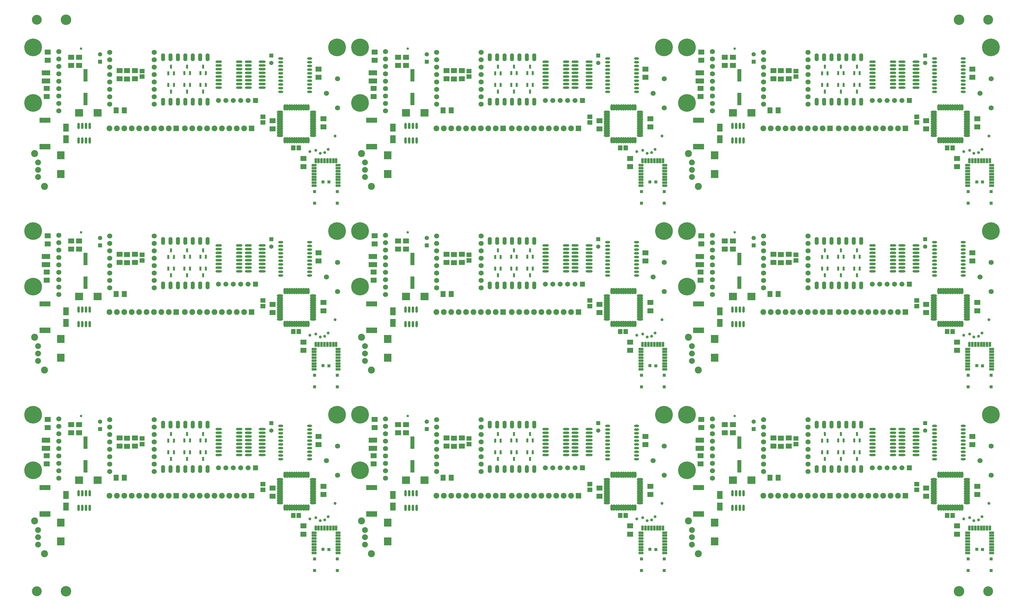
<source format=gts>
%FSAX24Y24*%
%MOIN*%
G70*
G01*
G75*
G04 Layer_Color=8388736*
%ADD10C,0.0630*%
%ADD11R,0.0630X0.0709*%
G04:AMPARAMS|DCode=12|XSize=24mil|YSize=59.1mil|CornerRadius=0.6mil|HoleSize=0mil|Usage=FLASHONLY|Rotation=270.000|XOffset=0mil|YOffset=0mil|HoleType=Round|Shape=RoundedRectangle|*
%AMROUNDEDRECTD12*
21,1,0.0240,0.0579,0,0,270.0*
21,1,0.0228,0.0591,0,0,270.0*
1,1,0.0012,-0.0289,-0.0114*
1,1,0.0012,-0.0289,0.0114*
1,1,0.0012,0.0289,0.0114*
1,1,0.0012,0.0289,-0.0114*
%
%ADD12ROUNDEDRECTD12*%
G04:AMPARAMS|DCode=13|XSize=24mil|YSize=59.1mil|CornerRadius=0.6mil|HoleSize=0mil|Usage=FLASHONLY|Rotation=180.000|XOffset=0mil|YOffset=0mil|HoleType=Round|Shape=RoundedRectangle|*
%AMROUNDEDRECTD13*
21,1,0.0240,0.0579,0,0,180.0*
21,1,0.0228,0.0591,0,0,180.0*
1,1,0.0012,-0.0114,0.0289*
1,1,0.0012,0.0114,0.0289*
1,1,0.0012,0.0114,-0.0289*
1,1,0.0012,-0.0114,-0.0289*
%
%ADD13ROUNDEDRECTD13*%
%ADD14O,0.0217X0.0689*%
%ADD15O,0.0689X0.0217*%
%ADD16O,0.0787X0.0248*%
%ADD17O,0.0866X0.0236*%
%ADD18R,0.1417X0.0591*%
%ADD19R,0.1378X0.0669*%
%ADD20R,0.0669X0.0984*%
%ADD21R,0.0945X0.1024*%
%ADD22R,0.0591X0.0512*%
%ADD23R,0.0236X0.0453*%
%ADD24R,0.0709X0.0630*%
%ADD25O,0.0591X0.0236*%
%ADD26R,0.0512X0.0591*%
%ADD27R,0.1024X0.0945*%
%ADD28O,0.0236X0.0787*%
%ADD29R,0.1063X0.0630*%
%ADD30R,0.0472X0.1575*%
%ADD31C,0.0394*%
%ADD32C,0.0118*%
%ADD33C,0.0236*%
%ADD34C,0.0330*%
%ADD35C,0.0079*%
%ADD36C,0.0197*%
%ADD37C,0.0157*%
%ADD38R,0.0394X0.0394*%
%ADD39P,0.1114X4X270.0*%
%ADD40R,0.0945X0.0984*%
%ADD41C,0.1250*%
%ADD42O,0.0472X0.0984*%
%ADD43C,0.0600*%
%ADD44C,0.0700*%
%ADD45R,0.0700X0.0700*%
%ADD46C,0.0394*%
%ADD47C,0.1600*%
%ADD48R,0.0591X0.0591*%
%ADD49C,0.0591*%
%ADD50R,0.0500X0.0500*%
%ADD51C,0.0500*%
%ADD52C,0.0709*%
%ADD53C,0.0315*%
%ADD54C,0.0400*%
%ADD55R,0.6594X0.5118*%
%ADD56C,0.1650*%
%ADD57C,0.0636*%
%ADD58C,0.0597*%
G04:AMPARAMS|DCode=59|XSize=83.622mil|YSize=83.622mil|CornerRadius=0mil|HoleSize=0mil|Usage=FLASHONLY|Rotation=0.000|XOffset=0mil|YOffset=0mil|HoleType=Round|Shape=Relief|Width=10mil|Gap=10mil|Entries=4|*
%AMTHD59*
7,0,0,0.0836,0.0636,0.0100,45*
%
%ADD59THD59*%
G04:AMPARAMS|DCode=60|XSize=90mil|YSize=90mil|CornerRadius=0mil|HoleSize=0mil|Usage=FLASHONLY|Rotation=0.000|XOffset=0mil|YOffset=0mil|HoleType=Round|Shape=Relief|Width=10mil|Gap=10mil|Entries=4|*
%AMTHD60*
7,0,0,0.0900,0.0700,0.0100,45*
%
%ADD60THD60*%
%ADD61C,0.0754*%
G04:AMPARAMS|DCode=62|XSize=95.433mil|YSize=95.433mil|CornerRadius=0mil|HoleSize=0mil|Usage=FLASHONLY|Rotation=0.000|XOffset=0mil|YOffset=0mil|HoleType=Round|Shape=Relief|Width=10mil|Gap=10mil|Entries=4|*
%AMTHD62*
7,0,0,0.0954,0.0754,0.0100,45*
%
%ADD62THD62*%
G04:AMPARAMS|DCode=63|XSize=88mil|YSize=88mil|CornerRadius=0mil|HoleSize=0mil|Usage=FLASHONLY|Rotation=0.000|XOffset=0mil|YOffset=0mil|HoleType=Round|Shape=Relief|Width=10mil|Gap=10mil|Entries=4|*
%AMTHD63*
7,0,0,0.0880,0.0680,0.0100,45*
%
%ADD63THD63*%
%ADD64C,0.0680*%
%ADD65C,0.0872*%
%ADD66C,0.0518*%
G04:AMPARAMS|DCode=67|XSize=71.811mil|YSize=71.811mil|CornerRadius=0mil|HoleSize=0mil|Usage=FLASHONLY|Rotation=0.000|XOffset=0mil|YOffset=0mil|HoleType=Round|Shape=Relief|Width=10mil|Gap=10mil|Entries=4|*
%AMTHD67*
7,0,0,0.0718,0.0518,0.0100,45*
%
%ADD67THD67*%
%ADD68C,0.0787*%
%ADD69C,0.0295*%
%ADD70R,0.5118X0.3543*%
%ADD71R,1.4173X0.3543*%
%ADD72C,0.0098*%
%ADD73C,0.0050*%
%ADD74C,0.0080*%
%ADD75C,0.0039*%
%ADD76C,0.0059*%
%ADD77C,0.0100*%
%ADD78R,0.1715X0.0705*%
%ADD79R,0.0815X0.0830*%
%ADD80R,0.0910X0.0580*%
%ADD81R,0.0310X0.1160*%
%ADD82R,0.1673X0.1525*%
%ADD83R,0.4331X0.0320*%
%ADD84R,0.0810X0.0092*%
%ADD85R,0.0663X0.0165*%
%ADD86R,0.0744X0.0120*%
%ADD87R,0.0220X0.0200*%
%ADD88R,0.0040X0.0150*%
%ADD89R,0.0050X0.0230*%
%ADD90R,0.0040X0.0190*%
%ADD91R,0.0110X0.0200*%
%ADD92R,0.0070X0.0160*%
%ADD93R,0.0049X0.0126*%
%ADD94C,0.1417*%
%ADD95R,0.0710X0.0789*%
G04:AMPARAMS|DCode=96|XSize=32mil|YSize=67.1mil|CornerRadius=4.6mil|HoleSize=0mil|Usage=FLASHONLY|Rotation=270.000|XOffset=0mil|YOffset=0mil|HoleType=Round|Shape=RoundedRectangle|*
%AMROUNDEDRECTD96*
21,1,0.0320,0.0579,0,0,270.0*
21,1,0.0228,0.0671,0,0,270.0*
1,1,0.0092,-0.0289,-0.0114*
1,1,0.0092,-0.0289,0.0114*
1,1,0.0092,0.0289,0.0114*
1,1,0.0092,0.0289,-0.0114*
%
%ADD96ROUNDEDRECTD96*%
G04:AMPARAMS|DCode=97|XSize=32mil|YSize=67.1mil|CornerRadius=4.6mil|HoleSize=0mil|Usage=FLASHONLY|Rotation=180.000|XOffset=0mil|YOffset=0mil|HoleType=Round|Shape=RoundedRectangle|*
%AMROUNDEDRECTD97*
21,1,0.0320,0.0579,0,0,180.0*
21,1,0.0228,0.0671,0,0,180.0*
1,1,0.0092,-0.0114,0.0289*
1,1,0.0092,0.0114,0.0289*
1,1,0.0092,0.0114,-0.0289*
1,1,0.0092,-0.0114,-0.0289*
%
%ADD97ROUNDEDRECTD97*%
%ADD98O,0.0374X0.0846*%
%ADD99O,0.0846X0.0374*%
%ADD100O,0.0867X0.0328*%
%ADD101O,0.0946X0.0316*%
%ADD102R,0.1497X0.0671*%
%ADD103R,0.1458X0.0749*%
%ADD104R,0.0749X0.1064*%
%ADD105R,0.1025X0.1104*%
%ADD106R,0.0671X0.0592*%
%ADD107R,0.0316X0.0533*%
%ADD108R,0.0789X0.0710*%
%ADD109O,0.0671X0.0316*%
%ADD110R,0.0592X0.0671*%
%ADD111R,0.1104X0.1025*%
%ADD112O,0.0316X0.0867*%
%ADD113R,0.1143X0.0710*%
%ADD114R,0.0552X0.1655*%
%ADD115C,0.1329*%
%ADD116O,0.0552X0.1064*%
%ADD117C,0.0780*%
%ADD118R,0.0780X0.0780*%
%ADD119C,0.2387*%
%ADD120R,0.0671X0.0671*%
%ADD121C,0.0671*%
%ADD122R,0.0580X0.0580*%
%ADD123C,0.0580*%
%ADD124C,0.0945*%
%ADD125C,0.0789*%
%ADD126C,0.0335*%
D38*
X050377Y035245D02*
D03*
X049590Y035255D02*
D03*
X051523Y033970D02*
D03*
Y032395D02*
D03*
X048444D02*
D03*
X048442Y033970D02*
D03*
X094472Y035245D02*
D03*
X093684Y035255D02*
D03*
X095617Y033970D02*
D03*
Y032395D02*
D03*
X092539D02*
D03*
X092537Y033970D02*
D03*
X138566Y035245D02*
D03*
X137779Y035255D02*
D03*
X139712Y033970D02*
D03*
Y032395D02*
D03*
X136633D02*
D03*
X136631Y033970D02*
D03*
X050377Y060048D02*
D03*
X049590Y060058D02*
D03*
X051523Y058773D02*
D03*
Y057198D02*
D03*
X048444D02*
D03*
X048442Y058773D02*
D03*
X094472Y060048D02*
D03*
X093684Y060058D02*
D03*
X095617Y058773D02*
D03*
Y057198D02*
D03*
X092539D02*
D03*
X092537Y058773D02*
D03*
X138566Y060048D02*
D03*
X137779Y060058D02*
D03*
X139712Y058773D02*
D03*
Y057198D02*
D03*
X136633D02*
D03*
X136631Y058773D02*
D03*
X050377Y084852D02*
D03*
X049590Y084861D02*
D03*
X051523Y083576D02*
D03*
Y082001D02*
D03*
X048444D02*
D03*
X048442Y083576D02*
D03*
X094472Y084852D02*
D03*
X093684Y084861D02*
D03*
X095617Y083576D02*
D03*
Y082001D02*
D03*
X092539D02*
D03*
X092537Y083576D02*
D03*
X138566Y084852D02*
D03*
X137779Y084861D02*
D03*
X139712Y083576D02*
D03*
Y082001D02*
D03*
X136633D02*
D03*
X136631Y083576D02*
D03*
D46*
X050298Y039657D02*
D03*
X049826Y039237D02*
D03*
X049208Y039127D02*
D03*
X051230Y041458D02*
D03*
X048620Y039518D02*
D03*
X047818Y039357D02*
D03*
X094392Y039657D02*
D03*
X093920Y039237D02*
D03*
X093302Y039127D02*
D03*
X095324Y041458D02*
D03*
X092714Y039518D02*
D03*
X091912Y039357D02*
D03*
X138487Y039657D02*
D03*
X138015Y039237D02*
D03*
X137397Y039127D02*
D03*
X139419Y041458D02*
D03*
X136809Y039518D02*
D03*
X136007Y039357D02*
D03*
X050298Y064460D02*
D03*
X049826Y064040D02*
D03*
X049208Y063930D02*
D03*
X051230Y066261D02*
D03*
X048620Y064321D02*
D03*
X047818Y064160D02*
D03*
X094392Y064460D02*
D03*
X093920Y064040D02*
D03*
X093302Y063930D02*
D03*
X095324Y066261D02*
D03*
X092714Y064321D02*
D03*
X091912Y064160D02*
D03*
X138487Y064460D02*
D03*
X138015Y064040D02*
D03*
X137397Y063930D02*
D03*
X139419Y066261D02*
D03*
X136809Y064321D02*
D03*
X136007Y064160D02*
D03*
X050298Y089263D02*
D03*
X049826Y088843D02*
D03*
X049208Y088733D02*
D03*
X051230Y091064D02*
D03*
X048620Y089124D02*
D03*
X047818Y088963D02*
D03*
X094392Y089263D02*
D03*
X093920Y088843D02*
D03*
X093302Y088733D02*
D03*
X095324Y091064D02*
D03*
X092714Y089124D02*
D03*
X091912Y088963D02*
D03*
X138487Y089263D02*
D03*
X138015Y088843D02*
D03*
X137397Y088733D02*
D03*
X139419Y091064D02*
D03*
X136809Y089124D02*
D03*
X136007Y088963D02*
D03*
D64*
X026831Y045753D02*
D03*
Y046753D02*
D03*
Y047753D02*
D03*
Y048753D02*
D03*
Y049753D02*
D03*
Y050753D02*
D03*
Y051753D02*
D03*
Y052753D02*
D03*
X020831D02*
D03*
Y051753D02*
D03*
Y050753D02*
D03*
Y049753D02*
D03*
Y048753D02*
D03*
Y047753D02*
D03*
Y046753D02*
D03*
Y045753D02*
D03*
X013937Y052867D02*
D03*
Y051867D02*
D03*
Y050867D02*
D03*
Y049867D02*
D03*
Y048867D02*
D03*
Y047867D02*
D03*
Y046867D02*
D03*
Y045867D02*
D03*
Y044867D02*
D03*
X051537Y049195D02*
D03*
X050037Y047227D02*
D03*
X051537Y045258D02*
D03*
X070925Y045753D02*
D03*
Y046753D02*
D03*
Y047753D02*
D03*
Y048753D02*
D03*
Y049753D02*
D03*
Y050753D02*
D03*
Y051753D02*
D03*
Y052753D02*
D03*
X064925D02*
D03*
Y051753D02*
D03*
Y050753D02*
D03*
Y049753D02*
D03*
Y048753D02*
D03*
Y047753D02*
D03*
Y046753D02*
D03*
Y045753D02*
D03*
X058032Y052867D02*
D03*
Y051867D02*
D03*
Y050867D02*
D03*
Y049867D02*
D03*
Y048867D02*
D03*
Y047867D02*
D03*
Y046867D02*
D03*
Y045867D02*
D03*
Y044867D02*
D03*
X095632Y049195D02*
D03*
X094132Y047227D02*
D03*
X095632Y045258D02*
D03*
X115020Y045753D02*
D03*
Y046753D02*
D03*
Y047753D02*
D03*
Y048753D02*
D03*
Y049753D02*
D03*
Y050753D02*
D03*
Y051753D02*
D03*
Y052753D02*
D03*
X109020D02*
D03*
Y051753D02*
D03*
Y050753D02*
D03*
Y049753D02*
D03*
Y048753D02*
D03*
Y047753D02*
D03*
Y046753D02*
D03*
Y045753D02*
D03*
X102126Y052867D02*
D03*
Y051867D02*
D03*
Y050867D02*
D03*
Y049867D02*
D03*
Y048867D02*
D03*
Y047867D02*
D03*
Y046867D02*
D03*
Y045867D02*
D03*
Y044867D02*
D03*
X139726Y049195D02*
D03*
X138226Y047227D02*
D03*
X139726Y045258D02*
D03*
X026831Y070556D02*
D03*
Y071556D02*
D03*
Y072556D02*
D03*
Y073556D02*
D03*
Y074556D02*
D03*
Y075556D02*
D03*
Y076556D02*
D03*
Y077556D02*
D03*
X020831D02*
D03*
Y076556D02*
D03*
Y075556D02*
D03*
Y074556D02*
D03*
Y073556D02*
D03*
Y072556D02*
D03*
Y071556D02*
D03*
Y070556D02*
D03*
X013937Y077670D02*
D03*
Y076670D02*
D03*
Y075670D02*
D03*
Y074670D02*
D03*
Y073670D02*
D03*
Y072670D02*
D03*
Y071670D02*
D03*
Y070670D02*
D03*
Y069670D02*
D03*
X051537Y073998D02*
D03*
X050037Y072030D02*
D03*
X051537Y070061D02*
D03*
X070925Y070556D02*
D03*
Y071556D02*
D03*
Y072556D02*
D03*
Y073556D02*
D03*
Y074556D02*
D03*
Y075556D02*
D03*
Y076556D02*
D03*
Y077556D02*
D03*
X064925D02*
D03*
Y076556D02*
D03*
Y075556D02*
D03*
Y074556D02*
D03*
Y073556D02*
D03*
Y072556D02*
D03*
Y071556D02*
D03*
Y070556D02*
D03*
X058032Y077670D02*
D03*
Y076670D02*
D03*
Y075670D02*
D03*
Y074670D02*
D03*
Y073670D02*
D03*
Y072670D02*
D03*
Y071670D02*
D03*
Y070670D02*
D03*
Y069670D02*
D03*
X095632Y073998D02*
D03*
X094132Y072030D02*
D03*
X095632Y070061D02*
D03*
X115020Y070556D02*
D03*
Y071556D02*
D03*
Y072556D02*
D03*
Y073556D02*
D03*
Y074556D02*
D03*
Y075556D02*
D03*
Y076556D02*
D03*
Y077556D02*
D03*
X109020D02*
D03*
Y076556D02*
D03*
Y075556D02*
D03*
Y074556D02*
D03*
Y073556D02*
D03*
Y072556D02*
D03*
Y071556D02*
D03*
Y070556D02*
D03*
X102126Y077670D02*
D03*
Y076670D02*
D03*
Y075670D02*
D03*
Y074670D02*
D03*
Y073670D02*
D03*
Y072670D02*
D03*
Y071670D02*
D03*
Y070670D02*
D03*
Y069670D02*
D03*
X139726Y073998D02*
D03*
X138226Y072030D02*
D03*
X139726Y070061D02*
D03*
X026831Y095359D02*
D03*
Y096359D02*
D03*
Y097359D02*
D03*
Y098359D02*
D03*
Y099359D02*
D03*
Y100359D02*
D03*
Y101359D02*
D03*
Y102359D02*
D03*
X020831D02*
D03*
Y101359D02*
D03*
Y100359D02*
D03*
Y099359D02*
D03*
Y098359D02*
D03*
Y097359D02*
D03*
Y096359D02*
D03*
Y095359D02*
D03*
X013937Y102474D02*
D03*
Y101474D02*
D03*
Y100474D02*
D03*
Y099474D02*
D03*
Y098474D02*
D03*
Y097474D02*
D03*
Y096474D02*
D03*
Y095474D02*
D03*
Y094474D02*
D03*
X051537Y098802D02*
D03*
X050037Y096833D02*
D03*
X051537Y094865D02*
D03*
X070925Y095359D02*
D03*
Y096359D02*
D03*
Y097359D02*
D03*
Y098359D02*
D03*
Y099359D02*
D03*
Y100359D02*
D03*
Y101359D02*
D03*
Y102359D02*
D03*
X064925D02*
D03*
Y101359D02*
D03*
Y100359D02*
D03*
Y099359D02*
D03*
Y098359D02*
D03*
Y097359D02*
D03*
Y096359D02*
D03*
Y095359D02*
D03*
X058032Y102474D02*
D03*
Y101474D02*
D03*
Y100474D02*
D03*
Y099474D02*
D03*
Y098474D02*
D03*
Y097474D02*
D03*
Y096474D02*
D03*
Y095474D02*
D03*
Y094474D02*
D03*
X095632Y098802D02*
D03*
X094132Y096833D02*
D03*
X095632Y094865D02*
D03*
X115020Y095359D02*
D03*
Y096359D02*
D03*
Y097359D02*
D03*
Y098359D02*
D03*
Y099359D02*
D03*
Y100359D02*
D03*
Y101359D02*
D03*
Y102359D02*
D03*
X109020D02*
D03*
Y101359D02*
D03*
Y100359D02*
D03*
Y099359D02*
D03*
Y098359D02*
D03*
Y097359D02*
D03*
Y096359D02*
D03*
Y095359D02*
D03*
X102126Y102474D02*
D03*
Y101474D02*
D03*
Y100474D02*
D03*
Y099474D02*
D03*
Y098474D02*
D03*
Y097474D02*
D03*
Y096474D02*
D03*
Y095474D02*
D03*
Y094474D02*
D03*
X139726Y098802D02*
D03*
X138226Y096833D02*
D03*
X139726Y094865D02*
D03*
D94*
X135396Y029607D02*
D03*
X014923Y106773D02*
D03*
X135396D02*
D03*
X014923Y029607D02*
D03*
D95*
X022798Y044925D02*
D03*
X021696D02*
D03*
X066892D02*
D03*
X065790D02*
D03*
X110987D02*
D03*
X109885D02*
D03*
X022798Y069728D02*
D03*
X021696D02*
D03*
X066892D02*
D03*
X065790D02*
D03*
X110987D02*
D03*
X109885D02*
D03*
X022798Y094532D02*
D03*
X021696D02*
D03*
X066892D02*
D03*
X065790D02*
D03*
X110987D02*
D03*
X109885D02*
D03*
D96*
X048373Y034757D02*
D03*
Y035151D02*
D03*
Y035544D02*
D03*
Y035938D02*
D03*
Y036332D02*
D03*
Y036726D02*
D03*
Y037119D02*
D03*
Y037513D02*
D03*
X051602D02*
D03*
Y037119D02*
D03*
Y036726D02*
D03*
Y036332D02*
D03*
Y035938D02*
D03*
Y035544D02*
D03*
Y035151D02*
D03*
Y034757D02*
D03*
X092468D02*
D03*
Y035151D02*
D03*
Y035544D02*
D03*
Y035938D02*
D03*
Y036332D02*
D03*
Y036726D02*
D03*
Y037119D02*
D03*
Y037513D02*
D03*
X095696D02*
D03*
Y037119D02*
D03*
Y036726D02*
D03*
Y036332D02*
D03*
Y035938D02*
D03*
Y035544D02*
D03*
Y035151D02*
D03*
Y034757D02*
D03*
X136562D02*
D03*
Y035151D02*
D03*
Y035544D02*
D03*
Y035938D02*
D03*
Y036332D02*
D03*
Y036726D02*
D03*
Y037119D02*
D03*
Y037513D02*
D03*
X139791D02*
D03*
Y037119D02*
D03*
Y036726D02*
D03*
Y036332D02*
D03*
Y035938D02*
D03*
Y035544D02*
D03*
Y035151D02*
D03*
Y034757D02*
D03*
X048373Y059560D02*
D03*
Y059954D02*
D03*
Y060348D02*
D03*
Y060741D02*
D03*
Y061135D02*
D03*
Y061529D02*
D03*
Y061922D02*
D03*
Y062316D02*
D03*
X051602D02*
D03*
Y061922D02*
D03*
Y061529D02*
D03*
Y061135D02*
D03*
Y060741D02*
D03*
Y060348D02*
D03*
Y059954D02*
D03*
Y059560D02*
D03*
X092468D02*
D03*
Y059954D02*
D03*
Y060348D02*
D03*
Y060741D02*
D03*
Y061135D02*
D03*
Y061529D02*
D03*
Y061922D02*
D03*
Y062316D02*
D03*
X095696D02*
D03*
Y061922D02*
D03*
Y061529D02*
D03*
Y061135D02*
D03*
Y060741D02*
D03*
Y060348D02*
D03*
Y059954D02*
D03*
Y059560D02*
D03*
X136562D02*
D03*
Y059954D02*
D03*
Y060348D02*
D03*
Y060741D02*
D03*
Y061135D02*
D03*
Y061529D02*
D03*
Y061922D02*
D03*
Y062316D02*
D03*
X139791D02*
D03*
Y061922D02*
D03*
Y061529D02*
D03*
Y061135D02*
D03*
Y060741D02*
D03*
Y060348D02*
D03*
Y059954D02*
D03*
Y059560D02*
D03*
X048373Y084363D02*
D03*
Y084757D02*
D03*
Y085151D02*
D03*
Y085544D02*
D03*
Y085938D02*
D03*
Y086332D02*
D03*
Y086726D02*
D03*
Y087119D02*
D03*
X051602D02*
D03*
Y086726D02*
D03*
Y086332D02*
D03*
Y085938D02*
D03*
Y085544D02*
D03*
Y085151D02*
D03*
Y084757D02*
D03*
Y084363D02*
D03*
X092468D02*
D03*
Y084757D02*
D03*
Y085151D02*
D03*
Y085544D02*
D03*
Y085938D02*
D03*
Y086332D02*
D03*
Y086726D02*
D03*
Y087119D02*
D03*
X095696D02*
D03*
Y086726D02*
D03*
Y086332D02*
D03*
Y085938D02*
D03*
Y085544D02*
D03*
Y085151D02*
D03*
Y084757D02*
D03*
Y084363D02*
D03*
X136562D02*
D03*
Y084757D02*
D03*
Y085151D02*
D03*
Y085544D02*
D03*
Y085938D02*
D03*
Y086332D02*
D03*
Y086726D02*
D03*
Y087119D02*
D03*
X139791D02*
D03*
Y086726D02*
D03*
Y086332D02*
D03*
Y085938D02*
D03*
Y085544D02*
D03*
Y085151D02*
D03*
Y084757D02*
D03*
Y084363D02*
D03*
D97*
X048606Y038143D02*
D03*
X048999D02*
D03*
X049393D02*
D03*
X049787D02*
D03*
X050180D02*
D03*
X050574D02*
D03*
X050968D02*
D03*
X051361D02*
D03*
X092700D02*
D03*
X093094D02*
D03*
X093487D02*
D03*
X093881D02*
D03*
X094275D02*
D03*
X094669D02*
D03*
X095062D02*
D03*
X095456D02*
D03*
X136794D02*
D03*
X137188D02*
D03*
X137582D02*
D03*
X137976D02*
D03*
X138369D02*
D03*
X138763D02*
D03*
X139157D02*
D03*
X139550D02*
D03*
X048606Y062946D02*
D03*
X048999D02*
D03*
X049393D02*
D03*
X049787D02*
D03*
X050180D02*
D03*
X050574D02*
D03*
X050968D02*
D03*
X051361D02*
D03*
X092700D02*
D03*
X093094D02*
D03*
X093487D02*
D03*
X093881D02*
D03*
X094275D02*
D03*
X094669D02*
D03*
X095062D02*
D03*
X095456D02*
D03*
X136794D02*
D03*
X137188D02*
D03*
X137582D02*
D03*
X137976D02*
D03*
X138369D02*
D03*
X138763D02*
D03*
X139157D02*
D03*
X139550D02*
D03*
X048606Y087749D02*
D03*
X048999D02*
D03*
X049393D02*
D03*
X049787D02*
D03*
X050180D02*
D03*
X050574D02*
D03*
X050968D02*
D03*
X051361D02*
D03*
X092700D02*
D03*
X093094D02*
D03*
X093487D02*
D03*
X093881D02*
D03*
X094275D02*
D03*
X094669D02*
D03*
X095062D02*
D03*
X095456D02*
D03*
X136794D02*
D03*
X137188D02*
D03*
X137582D02*
D03*
X137976D02*
D03*
X138369D02*
D03*
X138763D02*
D03*
X139157D02*
D03*
X139550D02*
D03*
D98*
X044449Y045336D02*
D03*
X044764D02*
D03*
X045079D02*
D03*
X045394D02*
D03*
X045709D02*
D03*
X046024D02*
D03*
X046339D02*
D03*
X046654D02*
D03*
X046968D02*
D03*
X047283D02*
D03*
X047598D02*
D03*
Y040887D02*
D03*
X047283D02*
D03*
X046968D02*
D03*
X046654D02*
D03*
X046339D02*
D03*
X046024D02*
D03*
X045709D02*
D03*
X045394D02*
D03*
X045079D02*
D03*
X044764D02*
D03*
X044449D02*
D03*
X088543Y045336D02*
D03*
X088858D02*
D03*
X089173D02*
D03*
X089488D02*
D03*
X089803D02*
D03*
X090118D02*
D03*
X090433D02*
D03*
X090748D02*
D03*
X091063D02*
D03*
X091378D02*
D03*
X091693D02*
D03*
Y040887D02*
D03*
X091378D02*
D03*
X091063D02*
D03*
X090748D02*
D03*
X090433D02*
D03*
X090118D02*
D03*
X089803D02*
D03*
X089488D02*
D03*
X089173D02*
D03*
X088858D02*
D03*
X088543D02*
D03*
X132638Y045336D02*
D03*
X132953D02*
D03*
X133268D02*
D03*
X133583D02*
D03*
X133898D02*
D03*
X134213D02*
D03*
X134528D02*
D03*
X134843D02*
D03*
X135157D02*
D03*
X135472D02*
D03*
X135787D02*
D03*
Y040887D02*
D03*
X135472D02*
D03*
X135157D02*
D03*
X134843D02*
D03*
X134528D02*
D03*
X134213D02*
D03*
X133898D02*
D03*
X133583D02*
D03*
X133268D02*
D03*
X132953D02*
D03*
X132638D02*
D03*
X044449Y070139D02*
D03*
X044764D02*
D03*
X045079D02*
D03*
X045394D02*
D03*
X045709D02*
D03*
X046024D02*
D03*
X046339D02*
D03*
X046654D02*
D03*
X046968D02*
D03*
X047283D02*
D03*
X047598D02*
D03*
Y065690D02*
D03*
X047283D02*
D03*
X046968D02*
D03*
X046654D02*
D03*
X046339D02*
D03*
X046024D02*
D03*
X045709D02*
D03*
X045394D02*
D03*
X045079D02*
D03*
X044764D02*
D03*
X044449D02*
D03*
X088543Y070139D02*
D03*
X088858D02*
D03*
X089173D02*
D03*
X089488D02*
D03*
X089803D02*
D03*
X090118D02*
D03*
X090433D02*
D03*
X090748D02*
D03*
X091063D02*
D03*
X091378D02*
D03*
X091693D02*
D03*
Y065690D02*
D03*
X091378D02*
D03*
X091063D02*
D03*
X090748D02*
D03*
X090433D02*
D03*
X090118D02*
D03*
X089803D02*
D03*
X089488D02*
D03*
X089173D02*
D03*
X088858D02*
D03*
X088543D02*
D03*
X132638Y070139D02*
D03*
X132953D02*
D03*
X133268D02*
D03*
X133583D02*
D03*
X133898D02*
D03*
X134213D02*
D03*
X134528D02*
D03*
X134843D02*
D03*
X135157D02*
D03*
X135472D02*
D03*
X135787D02*
D03*
Y065690D02*
D03*
X135472D02*
D03*
X135157D02*
D03*
X134843D02*
D03*
X134528D02*
D03*
X134213D02*
D03*
X133898D02*
D03*
X133583D02*
D03*
X133268D02*
D03*
X132953D02*
D03*
X132638D02*
D03*
X044449Y094942D02*
D03*
X044764D02*
D03*
X045079D02*
D03*
X045394D02*
D03*
X045709D02*
D03*
X046024D02*
D03*
X046339D02*
D03*
X046654D02*
D03*
X046968D02*
D03*
X047283D02*
D03*
X047598D02*
D03*
Y090493D02*
D03*
X047283D02*
D03*
X046968D02*
D03*
X046654D02*
D03*
X046339D02*
D03*
X046024D02*
D03*
X045709D02*
D03*
X045394D02*
D03*
X045079D02*
D03*
X044764D02*
D03*
X044449D02*
D03*
X088543Y094942D02*
D03*
X088858D02*
D03*
X089173D02*
D03*
X089488D02*
D03*
X089803D02*
D03*
X090118D02*
D03*
X090433D02*
D03*
X090748D02*
D03*
X091063D02*
D03*
X091378D02*
D03*
X091693D02*
D03*
Y090493D02*
D03*
X091378D02*
D03*
X091063D02*
D03*
X090748D02*
D03*
X090433D02*
D03*
X090118D02*
D03*
X089803D02*
D03*
X089488D02*
D03*
X089173D02*
D03*
X088858D02*
D03*
X088543D02*
D03*
X132638Y094942D02*
D03*
X132953D02*
D03*
X133268D02*
D03*
X133583D02*
D03*
X133898D02*
D03*
X134213D02*
D03*
X134528D02*
D03*
X134843D02*
D03*
X135157D02*
D03*
X135472D02*
D03*
X135787D02*
D03*
Y090493D02*
D03*
X135472D02*
D03*
X135157D02*
D03*
X134843D02*
D03*
X134528D02*
D03*
X134213D02*
D03*
X133898D02*
D03*
X133583D02*
D03*
X133268D02*
D03*
X132953D02*
D03*
X132638D02*
D03*
D99*
X048248Y044686D02*
D03*
Y044371D02*
D03*
Y044056D02*
D03*
Y043741D02*
D03*
Y043426D02*
D03*
Y043111D02*
D03*
Y042796D02*
D03*
Y042481D02*
D03*
Y042167D02*
D03*
Y041852D02*
D03*
Y041537D02*
D03*
X043799D02*
D03*
Y041852D02*
D03*
Y042167D02*
D03*
Y042481D02*
D03*
Y042796D02*
D03*
Y043111D02*
D03*
Y043426D02*
D03*
Y043741D02*
D03*
Y044056D02*
D03*
Y044371D02*
D03*
Y044686D02*
D03*
X092343D02*
D03*
Y044371D02*
D03*
Y044056D02*
D03*
Y043741D02*
D03*
Y043426D02*
D03*
Y043111D02*
D03*
Y042796D02*
D03*
Y042481D02*
D03*
Y042167D02*
D03*
Y041852D02*
D03*
Y041537D02*
D03*
X087894D02*
D03*
Y041852D02*
D03*
Y042167D02*
D03*
Y042481D02*
D03*
Y042796D02*
D03*
Y043111D02*
D03*
Y043426D02*
D03*
Y043741D02*
D03*
Y044056D02*
D03*
Y044371D02*
D03*
Y044686D02*
D03*
X136437D02*
D03*
Y044371D02*
D03*
Y044056D02*
D03*
Y043741D02*
D03*
Y043426D02*
D03*
Y043111D02*
D03*
Y042796D02*
D03*
Y042481D02*
D03*
Y042167D02*
D03*
Y041852D02*
D03*
Y041537D02*
D03*
X131988D02*
D03*
Y041852D02*
D03*
Y042167D02*
D03*
Y042481D02*
D03*
Y042796D02*
D03*
Y043111D02*
D03*
Y043426D02*
D03*
Y043741D02*
D03*
Y044056D02*
D03*
Y044371D02*
D03*
Y044686D02*
D03*
X048248Y069489D02*
D03*
Y069174D02*
D03*
Y068859D02*
D03*
Y068544D02*
D03*
Y068230D02*
D03*
Y067915D02*
D03*
Y067600D02*
D03*
Y067285D02*
D03*
Y066970D02*
D03*
Y066655D02*
D03*
Y066340D02*
D03*
X043799D02*
D03*
Y066655D02*
D03*
Y066970D02*
D03*
Y067285D02*
D03*
Y067600D02*
D03*
Y067915D02*
D03*
Y068230D02*
D03*
Y068544D02*
D03*
Y068859D02*
D03*
Y069174D02*
D03*
Y069489D02*
D03*
X092343D02*
D03*
Y069174D02*
D03*
Y068859D02*
D03*
Y068544D02*
D03*
Y068230D02*
D03*
Y067915D02*
D03*
Y067600D02*
D03*
Y067285D02*
D03*
Y066970D02*
D03*
Y066655D02*
D03*
Y066340D02*
D03*
X087894D02*
D03*
Y066655D02*
D03*
Y066970D02*
D03*
Y067285D02*
D03*
Y067600D02*
D03*
Y067915D02*
D03*
Y068230D02*
D03*
Y068544D02*
D03*
Y068859D02*
D03*
Y069174D02*
D03*
Y069489D02*
D03*
X136437D02*
D03*
Y069174D02*
D03*
Y068859D02*
D03*
Y068544D02*
D03*
Y068230D02*
D03*
Y067915D02*
D03*
Y067600D02*
D03*
Y067285D02*
D03*
Y066970D02*
D03*
Y066655D02*
D03*
Y066340D02*
D03*
X131988D02*
D03*
Y066655D02*
D03*
Y066970D02*
D03*
Y067285D02*
D03*
Y067600D02*
D03*
Y067915D02*
D03*
Y068230D02*
D03*
Y068544D02*
D03*
Y068859D02*
D03*
Y069174D02*
D03*
Y069489D02*
D03*
X048248Y094293D02*
D03*
Y093978D02*
D03*
Y093663D02*
D03*
Y093348D02*
D03*
Y093033D02*
D03*
Y092718D02*
D03*
Y092403D02*
D03*
Y092088D02*
D03*
Y091773D02*
D03*
Y091458D02*
D03*
Y091143D02*
D03*
X043799D02*
D03*
Y091458D02*
D03*
Y091773D02*
D03*
Y092088D02*
D03*
Y092403D02*
D03*
Y092718D02*
D03*
Y093033D02*
D03*
Y093348D02*
D03*
Y093663D02*
D03*
Y093978D02*
D03*
Y094293D02*
D03*
X092343D02*
D03*
Y093978D02*
D03*
Y093663D02*
D03*
Y093348D02*
D03*
Y093033D02*
D03*
Y092718D02*
D03*
Y092403D02*
D03*
Y092088D02*
D03*
Y091773D02*
D03*
Y091458D02*
D03*
Y091143D02*
D03*
X087894D02*
D03*
Y091458D02*
D03*
Y091773D02*
D03*
Y092088D02*
D03*
Y092403D02*
D03*
Y092718D02*
D03*
Y093033D02*
D03*
Y093348D02*
D03*
Y093663D02*
D03*
Y093978D02*
D03*
Y094293D02*
D03*
X136437D02*
D03*
Y093978D02*
D03*
Y093663D02*
D03*
Y093348D02*
D03*
Y093033D02*
D03*
Y092718D02*
D03*
Y092403D02*
D03*
Y092088D02*
D03*
Y091773D02*
D03*
Y091458D02*
D03*
Y091143D02*
D03*
X131988D02*
D03*
Y091458D02*
D03*
Y091773D02*
D03*
Y092088D02*
D03*
Y092403D02*
D03*
Y092718D02*
D03*
Y093033D02*
D03*
Y093348D02*
D03*
Y093663D02*
D03*
Y093978D02*
D03*
Y094293D02*
D03*
D100*
X035522Y051488D02*
D03*
Y050988D02*
D03*
Y050488D02*
D03*
Y049988D02*
D03*
Y049488D02*
D03*
Y048988D02*
D03*
Y048488D02*
D03*
Y047988D02*
D03*
X038278Y051488D02*
D03*
Y050988D02*
D03*
Y050488D02*
D03*
Y049988D02*
D03*
Y049488D02*
D03*
Y048988D02*
D03*
Y048488D02*
D03*
Y047988D02*
D03*
X079617Y051488D02*
D03*
Y050988D02*
D03*
Y050488D02*
D03*
Y049988D02*
D03*
Y049488D02*
D03*
Y048988D02*
D03*
Y048488D02*
D03*
Y047988D02*
D03*
X082372Y051488D02*
D03*
Y050988D02*
D03*
Y050488D02*
D03*
Y049988D02*
D03*
Y049488D02*
D03*
Y048988D02*
D03*
Y048488D02*
D03*
Y047988D02*
D03*
X123711Y051488D02*
D03*
Y050988D02*
D03*
Y050488D02*
D03*
Y049988D02*
D03*
Y049488D02*
D03*
Y048988D02*
D03*
Y048488D02*
D03*
Y047988D02*
D03*
X126467Y051488D02*
D03*
Y050988D02*
D03*
Y050488D02*
D03*
Y049988D02*
D03*
Y049488D02*
D03*
Y048988D02*
D03*
Y048488D02*
D03*
Y047988D02*
D03*
X035522Y076291D02*
D03*
Y075791D02*
D03*
Y075291D02*
D03*
Y074791D02*
D03*
Y074291D02*
D03*
Y073791D02*
D03*
Y073291D02*
D03*
Y072791D02*
D03*
X038278Y076291D02*
D03*
Y075791D02*
D03*
Y075291D02*
D03*
Y074791D02*
D03*
Y074291D02*
D03*
Y073791D02*
D03*
Y073291D02*
D03*
Y072791D02*
D03*
X079617Y076291D02*
D03*
Y075791D02*
D03*
Y075291D02*
D03*
Y074791D02*
D03*
Y074291D02*
D03*
Y073791D02*
D03*
Y073291D02*
D03*
Y072791D02*
D03*
X082372Y076291D02*
D03*
Y075791D02*
D03*
Y075291D02*
D03*
Y074791D02*
D03*
Y074291D02*
D03*
Y073791D02*
D03*
Y073291D02*
D03*
Y072791D02*
D03*
X123711Y076291D02*
D03*
Y075791D02*
D03*
Y075291D02*
D03*
Y074791D02*
D03*
Y074291D02*
D03*
Y073791D02*
D03*
Y073291D02*
D03*
Y072791D02*
D03*
X126467Y076291D02*
D03*
Y075791D02*
D03*
Y075291D02*
D03*
Y074791D02*
D03*
Y074291D02*
D03*
Y073791D02*
D03*
Y073291D02*
D03*
Y072791D02*
D03*
X035522Y101094D02*
D03*
Y100594D02*
D03*
Y100094D02*
D03*
Y099594D02*
D03*
Y099094D02*
D03*
Y098594D02*
D03*
Y098094D02*
D03*
Y097594D02*
D03*
X038278Y101094D02*
D03*
Y100594D02*
D03*
Y100094D02*
D03*
Y099594D02*
D03*
Y099094D02*
D03*
Y098594D02*
D03*
Y098094D02*
D03*
Y097594D02*
D03*
X079617Y101094D02*
D03*
Y100594D02*
D03*
Y100094D02*
D03*
Y099594D02*
D03*
Y099094D02*
D03*
Y098594D02*
D03*
Y098094D02*
D03*
Y097594D02*
D03*
X082372Y101094D02*
D03*
Y100594D02*
D03*
Y100094D02*
D03*
Y099594D02*
D03*
Y099094D02*
D03*
Y098594D02*
D03*
Y098094D02*
D03*
Y097594D02*
D03*
X123711Y101094D02*
D03*
Y100594D02*
D03*
Y100094D02*
D03*
Y099594D02*
D03*
Y099094D02*
D03*
Y098594D02*
D03*
Y098094D02*
D03*
Y097594D02*
D03*
X126467Y101094D02*
D03*
Y100594D02*
D03*
Y100094D02*
D03*
Y099594D02*
D03*
Y099094D02*
D03*
Y098594D02*
D03*
Y098094D02*
D03*
Y097594D02*
D03*
D101*
X039505Y051488D02*
D03*
Y050988D02*
D03*
Y050488D02*
D03*
Y049988D02*
D03*
Y049488D02*
D03*
Y048988D02*
D03*
Y048488D02*
D03*
Y047988D02*
D03*
X041395Y051488D02*
D03*
Y050988D02*
D03*
Y050488D02*
D03*
Y049988D02*
D03*
Y049488D02*
D03*
Y048988D02*
D03*
Y048488D02*
D03*
Y047988D02*
D03*
X083600Y051488D02*
D03*
Y050988D02*
D03*
Y050488D02*
D03*
Y049988D02*
D03*
Y049488D02*
D03*
Y048988D02*
D03*
Y048488D02*
D03*
Y047988D02*
D03*
X085489Y051488D02*
D03*
Y050988D02*
D03*
Y050488D02*
D03*
Y049988D02*
D03*
Y049488D02*
D03*
Y048988D02*
D03*
Y048488D02*
D03*
Y047988D02*
D03*
X127694Y051488D02*
D03*
Y050988D02*
D03*
Y050488D02*
D03*
Y049988D02*
D03*
Y049488D02*
D03*
Y048988D02*
D03*
Y048488D02*
D03*
Y047988D02*
D03*
X129584Y051488D02*
D03*
Y050988D02*
D03*
Y050488D02*
D03*
Y049988D02*
D03*
Y049488D02*
D03*
Y048988D02*
D03*
Y048488D02*
D03*
Y047988D02*
D03*
X039505Y076291D02*
D03*
Y075791D02*
D03*
Y075291D02*
D03*
Y074791D02*
D03*
Y074291D02*
D03*
Y073791D02*
D03*
Y073291D02*
D03*
Y072791D02*
D03*
X041395Y076291D02*
D03*
Y075791D02*
D03*
Y075291D02*
D03*
Y074791D02*
D03*
Y074291D02*
D03*
Y073791D02*
D03*
Y073291D02*
D03*
Y072791D02*
D03*
X083600Y076291D02*
D03*
Y075791D02*
D03*
Y075291D02*
D03*
Y074791D02*
D03*
Y074291D02*
D03*
Y073791D02*
D03*
Y073291D02*
D03*
Y072791D02*
D03*
X085489Y076291D02*
D03*
Y075791D02*
D03*
Y075291D02*
D03*
Y074791D02*
D03*
Y074291D02*
D03*
Y073791D02*
D03*
Y073291D02*
D03*
Y072791D02*
D03*
X127694Y076291D02*
D03*
Y075791D02*
D03*
Y075291D02*
D03*
Y074791D02*
D03*
Y074291D02*
D03*
Y073791D02*
D03*
Y073291D02*
D03*
Y072791D02*
D03*
X129584Y076291D02*
D03*
Y075791D02*
D03*
Y075291D02*
D03*
Y074791D02*
D03*
Y074291D02*
D03*
Y073791D02*
D03*
Y073291D02*
D03*
Y072791D02*
D03*
X039505Y101094D02*
D03*
Y100594D02*
D03*
Y100094D02*
D03*
Y099594D02*
D03*
Y099094D02*
D03*
Y098594D02*
D03*
Y098094D02*
D03*
Y097594D02*
D03*
X041395Y101094D02*
D03*
Y100594D02*
D03*
Y100094D02*
D03*
Y099594D02*
D03*
Y099094D02*
D03*
Y098594D02*
D03*
Y098094D02*
D03*
Y097594D02*
D03*
X083600Y101094D02*
D03*
Y100594D02*
D03*
Y100094D02*
D03*
Y099594D02*
D03*
Y099094D02*
D03*
Y098594D02*
D03*
Y098094D02*
D03*
Y097594D02*
D03*
X085489Y101094D02*
D03*
Y100594D02*
D03*
Y100094D02*
D03*
Y099594D02*
D03*
Y099094D02*
D03*
Y098594D02*
D03*
Y098094D02*
D03*
Y097594D02*
D03*
X127694Y101094D02*
D03*
Y100594D02*
D03*
Y100094D02*
D03*
Y099594D02*
D03*
Y099094D02*
D03*
Y098594D02*
D03*
Y098094D02*
D03*
Y097594D02*
D03*
X129584Y101094D02*
D03*
Y100594D02*
D03*
Y100094D02*
D03*
Y099594D02*
D03*
Y099094D02*
D03*
Y098594D02*
D03*
Y098094D02*
D03*
Y097594D02*
D03*
D102*
X012067Y043584D02*
D03*
X056161D02*
D03*
X100256D02*
D03*
X012067Y068387D02*
D03*
X056161D02*
D03*
X100256D02*
D03*
X012067Y093190D02*
D03*
X056161D02*
D03*
X100256D02*
D03*
D103*
X012067Y040041D02*
D03*
X056161D02*
D03*
X100256D02*
D03*
X012067Y064844D02*
D03*
X056161D02*
D03*
X100256D02*
D03*
X012067Y089647D02*
D03*
X056161D02*
D03*
X100256D02*
D03*
D104*
X014921Y041025D02*
D03*
Y042600D02*
D03*
X059016Y041025D02*
D03*
Y042600D02*
D03*
X103110Y041025D02*
D03*
Y042600D02*
D03*
X014921Y065828D02*
D03*
Y067403D02*
D03*
X059016Y065828D02*
D03*
Y067403D02*
D03*
X103110Y065828D02*
D03*
Y067403D02*
D03*
X014921Y090631D02*
D03*
Y092206D02*
D03*
X059016Y090631D02*
D03*
Y092206D02*
D03*
X103110Y090631D02*
D03*
Y092206D02*
D03*
D105*
X014232Y038859D02*
D03*
Y036340D02*
D03*
X058327Y038859D02*
D03*
Y036340D02*
D03*
X102421Y038859D02*
D03*
Y036340D02*
D03*
X014232Y063663D02*
D03*
Y061143D02*
D03*
X058327Y063663D02*
D03*
Y061143D02*
D03*
X102421Y063663D02*
D03*
Y061143D02*
D03*
X014232Y088466D02*
D03*
Y085946D02*
D03*
X058327Y088466D02*
D03*
Y085946D02*
D03*
X102421Y088466D02*
D03*
Y085946D02*
D03*
D106*
X041496Y044056D02*
D03*
Y043308D02*
D03*
X025178Y050227D02*
D03*
Y049479D02*
D03*
X085591Y044056D02*
D03*
Y043308D02*
D03*
X069272Y050227D02*
D03*
Y049479D02*
D03*
X129685Y044056D02*
D03*
Y043308D02*
D03*
X113367Y050227D02*
D03*
Y049479D02*
D03*
X041496Y068859D02*
D03*
Y068111D02*
D03*
X025178Y075030D02*
D03*
Y074282D02*
D03*
X085591Y068859D02*
D03*
Y068111D02*
D03*
X069272Y075030D02*
D03*
Y074282D02*
D03*
X129685Y068859D02*
D03*
Y068111D02*
D03*
X113367Y075030D02*
D03*
Y074282D02*
D03*
X041496Y093663D02*
D03*
Y092915D02*
D03*
X025178Y099833D02*
D03*
Y099085D02*
D03*
X085591Y093663D02*
D03*
Y092915D02*
D03*
X069272Y099833D02*
D03*
Y099085D02*
D03*
X129685Y093663D02*
D03*
Y092915D02*
D03*
X113367Y099833D02*
D03*
Y099085D02*
D03*
D107*
X028722Y049933D02*
D03*
X029470D02*
D03*
X029096Y050819D02*
D03*
X031634Y048357D02*
D03*
X030886D02*
D03*
X031260Y047472D02*
D03*
X033799Y048357D02*
D03*
X033051D02*
D03*
X033425Y047472D02*
D03*
X033051Y049952D02*
D03*
X033799D02*
D03*
X033425Y050838D02*
D03*
X030886Y049952D02*
D03*
X031634D02*
D03*
X031260Y050838D02*
D03*
X029094Y047472D02*
D03*
X028720Y048357D02*
D03*
X029469D02*
D03*
X072817Y049933D02*
D03*
X073565D02*
D03*
X073191Y050819D02*
D03*
X075728Y048357D02*
D03*
X074980D02*
D03*
X075354Y047472D02*
D03*
X077894Y048357D02*
D03*
X077146D02*
D03*
X077520Y047472D02*
D03*
X077146Y049952D02*
D03*
X077894D02*
D03*
X077520Y050838D02*
D03*
X074980Y049952D02*
D03*
X075728D02*
D03*
X075354Y050838D02*
D03*
X073189Y047472D02*
D03*
X072815Y048357D02*
D03*
X073563D02*
D03*
X116911Y049933D02*
D03*
X117659D02*
D03*
X117285Y050819D02*
D03*
X119823Y048357D02*
D03*
X119075D02*
D03*
X119449Y047472D02*
D03*
X121988Y048357D02*
D03*
X121240D02*
D03*
X121614Y047472D02*
D03*
X121240Y049952D02*
D03*
X121988D02*
D03*
X121614Y050838D02*
D03*
X119075Y049952D02*
D03*
X119823D02*
D03*
X119449Y050838D02*
D03*
X117283Y047472D02*
D03*
X116909Y048357D02*
D03*
X117657D02*
D03*
X028722Y074737D02*
D03*
X029470D02*
D03*
X029096Y075622D02*
D03*
X031634Y073161D02*
D03*
X030886D02*
D03*
X031260Y072275D02*
D03*
X033799Y073161D02*
D03*
X033051D02*
D03*
X033425Y072275D02*
D03*
X033051Y074755D02*
D03*
X033799D02*
D03*
X033425Y075641D02*
D03*
X030886Y074755D02*
D03*
X031634D02*
D03*
X031260Y075641D02*
D03*
X029094Y072275D02*
D03*
X028720Y073161D02*
D03*
X029469D02*
D03*
X072817Y074737D02*
D03*
X073565D02*
D03*
X073191Y075622D02*
D03*
X075728Y073161D02*
D03*
X074980D02*
D03*
X075354Y072275D02*
D03*
X077894Y073161D02*
D03*
X077146D02*
D03*
X077520Y072275D02*
D03*
X077146Y074755D02*
D03*
X077894D02*
D03*
X077520Y075641D02*
D03*
X074980Y074755D02*
D03*
X075728D02*
D03*
X075354Y075641D02*
D03*
X073189Y072275D02*
D03*
X072815Y073161D02*
D03*
X073563D02*
D03*
X116911Y074737D02*
D03*
X117659D02*
D03*
X117285Y075622D02*
D03*
X119823Y073161D02*
D03*
X119075D02*
D03*
X119449Y072275D02*
D03*
X121988Y073161D02*
D03*
X121240D02*
D03*
X121614Y072275D02*
D03*
X121240Y074755D02*
D03*
X121988D02*
D03*
X121614Y075641D02*
D03*
X119075Y074755D02*
D03*
X119823D02*
D03*
X119449Y075641D02*
D03*
X117283Y072275D02*
D03*
X116909Y073161D02*
D03*
X117657D02*
D03*
X028722Y099540D02*
D03*
X029470D02*
D03*
X029096Y100426D02*
D03*
X031634Y097964D02*
D03*
X030886D02*
D03*
X031260Y097078D02*
D03*
X033799Y097964D02*
D03*
X033051D02*
D03*
X033425Y097078D02*
D03*
X033051Y099558D02*
D03*
X033799D02*
D03*
X033425Y100444D02*
D03*
X030886Y099558D02*
D03*
X031634D02*
D03*
X031260Y100444D02*
D03*
X029094Y097078D02*
D03*
X028720Y097964D02*
D03*
X029469D02*
D03*
X072817Y099540D02*
D03*
X073565D02*
D03*
X073191Y100426D02*
D03*
X075728Y097964D02*
D03*
X074980D02*
D03*
X075354Y097078D02*
D03*
X077894Y097964D02*
D03*
X077146D02*
D03*
X077520Y097078D02*
D03*
X077146Y099558D02*
D03*
X077894D02*
D03*
X077520Y100444D02*
D03*
X074980Y099558D02*
D03*
X075728D02*
D03*
X075354Y100444D02*
D03*
X073189Y097078D02*
D03*
X072815Y097964D02*
D03*
X073563D02*
D03*
X116911Y099540D02*
D03*
X117659D02*
D03*
X117285Y100426D02*
D03*
X119823Y097964D02*
D03*
X119075D02*
D03*
X119449Y097078D02*
D03*
X121988Y097964D02*
D03*
X121240D02*
D03*
X121614Y097078D02*
D03*
X121240Y099558D02*
D03*
X121988D02*
D03*
X121614Y100444D02*
D03*
X119075Y099558D02*
D03*
X119823D02*
D03*
X119449Y100444D02*
D03*
X117283Y097078D02*
D03*
X116909Y097964D02*
D03*
X117657D02*
D03*
D108*
X016693Y052107D02*
D03*
Y051005D02*
D03*
X022158Y049196D02*
D03*
Y050298D02*
D03*
X015610Y051005D02*
D03*
Y052107D02*
D03*
X023158Y049176D02*
D03*
Y050278D02*
D03*
X012441Y052796D02*
D03*
Y051694D02*
D03*
X024228Y049196D02*
D03*
Y050298D02*
D03*
X012318Y047908D02*
D03*
Y046806D02*
D03*
X046938Y038420D02*
D03*
Y037317D02*
D03*
X049000Y049387D02*
D03*
Y050489D02*
D03*
X042776Y043535D02*
D03*
Y042432D02*
D03*
X049656Y043781D02*
D03*
Y042678D02*
D03*
X060787Y052107D02*
D03*
Y051005D02*
D03*
X066252Y049196D02*
D03*
Y050298D02*
D03*
X059705Y051005D02*
D03*
Y052107D02*
D03*
X067252Y049176D02*
D03*
Y050278D02*
D03*
X056535Y052796D02*
D03*
Y051694D02*
D03*
X068322Y049196D02*
D03*
Y050298D02*
D03*
X056412Y047908D02*
D03*
Y046806D02*
D03*
X091032Y038420D02*
D03*
Y037317D02*
D03*
X093094Y049387D02*
D03*
Y050489D02*
D03*
X086870Y043535D02*
D03*
Y042432D02*
D03*
X093750Y043781D02*
D03*
Y042678D02*
D03*
X104882Y052107D02*
D03*
Y051005D02*
D03*
X110347Y049196D02*
D03*
Y050298D02*
D03*
X103799Y051005D02*
D03*
Y052107D02*
D03*
X111347Y049176D02*
D03*
Y050278D02*
D03*
X100630Y052796D02*
D03*
Y051694D02*
D03*
X112417Y049196D02*
D03*
Y050298D02*
D03*
X100507Y047908D02*
D03*
Y046806D02*
D03*
X135127Y038420D02*
D03*
Y037317D02*
D03*
X137189Y049387D02*
D03*
Y050489D02*
D03*
X130965Y043535D02*
D03*
Y042432D02*
D03*
X137844Y043781D02*
D03*
Y042678D02*
D03*
X016693Y076911D02*
D03*
Y075808D02*
D03*
X022158Y073999D02*
D03*
Y075101D02*
D03*
X015610Y075808D02*
D03*
Y076911D02*
D03*
X023158Y073979D02*
D03*
Y075081D02*
D03*
X012441Y077600D02*
D03*
Y076497D02*
D03*
X024228Y073999D02*
D03*
Y075101D02*
D03*
X012318Y072712D02*
D03*
Y071609D02*
D03*
X046938Y063223D02*
D03*
Y062120D02*
D03*
X049000Y074190D02*
D03*
Y075293D02*
D03*
X042776Y068338D02*
D03*
Y067235D02*
D03*
X049656Y068584D02*
D03*
Y067481D02*
D03*
X060787Y076911D02*
D03*
Y075808D02*
D03*
X066252Y073999D02*
D03*
Y075101D02*
D03*
X059705Y075808D02*
D03*
Y076911D02*
D03*
X067252Y073979D02*
D03*
Y075081D02*
D03*
X056535Y077600D02*
D03*
Y076497D02*
D03*
X068322Y073999D02*
D03*
Y075101D02*
D03*
X056412Y072712D02*
D03*
Y071609D02*
D03*
X091032Y063223D02*
D03*
Y062120D02*
D03*
X093094Y074190D02*
D03*
Y075293D02*
D03*
X086870Y068338D02*
D03*
Y067235D02*
D03*
X093750Y068584D02*
D03*
Y067481D02*
D03*
X104882Y076911D02*
D03*
Y075808D02*
D03*
X110347Y073999D02*
D03*
Y075101D02*
D03*
X103799Y075808D02*
D03*
Y076911D02*
D03*
X111347Y073979D02*
D03*
Y075081D02*
D03*
X100630Y077600D02*
D03*
Y076497D02*
D03*
X112417Y073999D02*
D03*
Y075101D02*
D03*
X100507Y072712D02*
D03*
Y071609D02*
D03*
X135127Y063223D02*
D03*
Y062120D02*
D03*
X137189Y074190D02*
D03*
Y075293D02*
D03*
X130965Y068338D02*
D03*
Y067235D02*
D03*
X137844Y068584D02*
D03*
Y067481D02*
D03*
X016693Y101714D02*
D03*
Y100611D02*
D03*
X022158Y098802D02*
D03*
Y099905D02*
D03*
X015610Y100611D02*
D03*
Y101714D02*
D03*
X023158Y098782D02*
D03*
Y099885D02*
D03*
X012441Y102403D02*
D03*
Y101300D02*
D03*
X024228Y098802D02*
D03*
Y099905D02*
D03*
X012318Y097515D02*
D03*
Y096412D02*
D03*
X046938Y088026D02*
D03*
Y086923D02*
D03*
X049000Y098993D02*
D03*
Y100096D02*
D03*
X042776Y093141D02*
D03*
Y092039D02*
D03*
X049656Y093387D02*
D03*
Y092285D02*
D03*
X060787Y101714D02*
D03*
Y100611D02*
D03*
X066252Y098802D02*
D03*
Y099905D02*
D03*
X059705Y100611D02*
D03*
Y101714D02*
D03*
X067252Y098782D02*
D03*
Y099885D02*
D03*
X056535Y102403D02*
D03*
Y101300D02*
D03*
X068322Y098802D02*
D03*
Y099905D02*
D03*
X056412Y097515D02*
D03*
Y096412D02*
D03*
X091032Y088026D02*
D03*
Y086923D02*
D03*
X093094Y098993D02*
D03*
Y100096D02*
D03*
X086870Y093141D02*
D03*
Y092039D02*
D03*
X093750Y093387D02*
D03*
Y092285D02*
D03*
X104882Y101714D02*
D03*
Y100611D02*
D03*
X110347Y098802D02*
D03*
Y099905D02*
D03*
X103799Y100611D02*
D03*
Y101714D02*
D03*
X111347Y098782D02*
D03*
Y099885D02*
D03*
X100630Y102403D02*
D03*
Y101300D02*
D03*
X112417Y098802D02*
D03*
Y099905D02*
D03*
X100507Y097515D02*
D03*
Y096412D02*
D03*
X135127Y088026D02*
D03*
Y086923D02*
D03*
X137189Y098993D02*
D03*
Y100096D02*
D03*
X130965Y093141D02*
D03*
Y092039D02*
D03*
X137844Y093387D02*
D03*
Y092285D02*
D03*
D109*
X043878Y051936D02*
D03*
Y051436D02*
D03*
Y050936D02*
D03*
Y050436D02*
D03*
Y049936D02*
D03*
Y049436D02*
D03*
Y048936D02*
D03*
Y048436D02*
D03*
Y047936D02*
D03*
Y047436D02*
D03*
X047776Y051936D02*
D03*
Y051436D02*
D03*
Y050936D02*
D03*
Y050436D02*
D03*
Y049936D02*
D03*
Y049436D02*
D03*
Y048936D02*
D03*
Y048436D02*
D03*
Y047936D02*
D03*
Y047436D02*
D03*
X087972Y051936D02*
D03*
Y051436D02*
D03*
Y050936D02*
D03*
Y050436D02*
D03*
Y049936D02*
D03*
Y049436D02*
D03*
Y048936D02*
D03*
Y048436D02*
D03*
Y047936D02*
D03*
Y047436D02*
D03*
X091870Y051936D02*
D03*
Y051436D02*
D03*
Y050936D02*
D03*
Y050436D02*
D03*
Y049936D02*
D03*
Y049436D02*
D03*
Y048936D02*
D03*
Y048436D02*
D03*
Y047936D02*
D03*
Y047436D02*
D03*
X132067Y051936D02*
D03*
Y051436D02*
D03*
Y050936D02*
D03*
Y050436D02*
D03*
Y049936D02*
D03*
Y049436D02*
D03*
Y048936D02*
D03*
Y048436D02*
D03*
Y047936D02*
D03*
Y047436D02*
D03*
X135965Y051936D02*
D03*
Y051436D02*
D03*
Y050936D02*
D03*
Y050436D02*
D03*
Y049936D02*
D03*
Y049436D02*
D03*
Y048936D02*
D03*
Y048436D02*
D03*
Y047936D02*
D03*
Y047436D02*
D03*
X043878Y076739D02*
D03*
Y076239D02*
D03*
Y075739D02*
D03*
Y075239D02*
D03*
Y074739D02*
D03*
Y074239D02*
D03*
Y073739D02*
D03*
Y073239D02*
D03*
Y072739D02*
D03*
Y072239D02*
D03*
X047776Y076739D02*
D03*
Y076239D02*
D03*
Y075739D02*
D03*
Y075239D02*
D03*
Y074739D02*
D03*
Y074239D02*
D03*
Y073739D02*
D03*
Y073239D02*
D03*
Y072739D02*
D03*
Y072239D02*
D03*
X087972Y076739D02*
D03*
Y076239D02*
D03*
Y075739D02*
D03*
Y075239D02*
D03*
Y074739D02*
D03*
Y074239D02*
D03*
Y073739D02*
D03*
Y073239D02*
D03*
Y072739D02*
D03*
Y072239D02*
D03*
X091870Y076739D02*
D03*
Y076239D02*
D03*
Y075739D02*
D03*
Y075239D02*
D03*
Y074739D02*
D03*
Y074239D02*
D03*
Y073739D02*
D03*
Y073239D02*
D03*
Y072739D02*
D03*
Y072239D02*
D03*
X132067Y076739D02*
D03*
Y076239D02*
D03*
Y075739D02*
D03*
Y075239D02*
D03*
Y074739D02*
D03*
Y074239D02*
D03*
Y073739D02*
D03*
Y073239D02*
D03*
Y072739D02*
D03*
Y072239D02*
D03*
X135965Y076739D02*
D03*
Y076239D02*
D03*
Y075739D02*
D03*
Y075239D02*
D03*
Y074739D02*
D03*
Y074239D02*
D03*
Y073739D02*
D03*
Y073239D02*
D03*
Y072739D02*
D03*
Y072239D02*
D03*
X043878Y101543D02*
D03*
Y101043D02*
D03*
Y100543D02*
D03*
Y100043D02*
D03*
Y099543D02*
D03*
Y099043D02*
D03*
Y098543D02*
D03*
Y098043D02*
D03*
Y097543D02*
D03*
Y097043D02*
D03*
X047776Y101543D02*
D03*
Y101043D02*
D03*
Y100543D02*
D03*
Y100043D02*
D03*
Y099543D02*
D03*
Y099043D02*
D03*
Y098543D02*
D03*
Y098043D02*
D03*
Y097543D02*
D03*
Y097043D02*
D03*
X087972Y101543D02*
D03*
Y101043D02*
D03*
Y100543D02*
D03*
Y100043D02*
D03*
Y099543D02*
D03*
Y099043D02*
D03*
Y098543D02*
D03*
Y098043D02*
D03*
Y097543D02*
D03*
Y097043D02*
D03*
X091870Y101543D02*
D03*
Y101043D02*
D03*
Y100543D02*
D03*
Y100043D02*
D03*
Y099543D02*
D03*
Y099043D02*
D03*
Y098543D02*
D03*
Y098043D02*
D03*
Y097543D02*
D03*
Y097043D02*
D03*
X132067Y101543D02*
D03*
Y101043D02*
D03*
Y100543D02*
D03*
Y100043D02*
D03*
Y099543D02*
D03*
Y099043D02*
D03*
Y098543D02*
D03*
Y098043D02*
D03*
Y097543D02*
D03*
Y097043D02*
D03*
X135965Y101543D02*
D03*
Y101043D02*
D03*
Y100543D02*
D03*
Y100043D02*
D03*
Y099543D02*
D03*
Y099043D02*
D03*
Y098543D02*
D03*
Y098043D02*
D03*
Y097543D02*
D03*
Y097043D02*
D03*
D110*
X046328Y039848D02*
D03*
X045580D02*
D03*
X090423D02*
D03*
X089674D02*
D03*
X134517D02*
D03*
X133769D02*
D03*
X046328Y064651D02*
D03*
X045580D02*
D03*
X090423D02*
D03*
X089674D02*
D03*
X134517D02*
D03*
X133769D02*
D03*
X046328Y089454D02*
D03*
X045580D02*
D03*
X090423D02*
D03*
X089674D02*
D03*
X134517D02*
D03*
X133769D02*
D03*
D111*
X016680Y044598D02*
D03*
X019200D02*
D03*
X060775D02*
D03*
X063294D02*
D03*
X104869D02*
D03*
X107389D02*
D03*
X016680Y069401D02*
D03*
X019200D02*
D03*
X060775D02*
D03*
X063294D02*
D03*
X104869D02*
D03*
X107389D02*
D03*
X016680Y094205D02*
D03*
X019200D02*
D03*
X060775D02*
D03*
X063294D02*
D03*
X104869D02*
D03*
X107389D02*
D03*
D112*
X018112Y042836D02*
D03*
X017612D02*
D03*
X017112D02*
D03*
X016612D02*
D03*
X018112Y040867D02*
D03*
X017612D02*
D03*
X017112D02*
D03*
X016612D02*
D03*
X062207Y042836D02*
D03*
X061707D02*
D03*
X061207D02*
D03*
X060707D02*
D03*
X062207Y040867D02*
D03*
X061707D02*
D03*
X061207D02*
D03*
X060707D02*
D03*
X106301Y042836D02*
D03*
X105801D02*
D03*
X105301D02*
D03*
X104801D02*
D03*
X106301Y040867D02*
D03*
X105801D02*
D03*
X105301D02*
D03*
X104801D02*
D03*
X018112Y067639D02*
D03*
X017612D02*
D03*
X017112D02*
D03*
X016612D02*
D03*
X018112Y065670D02*
D03*
X017612D02*
D03*
X017112D02*
D03*
X016612D02*
D03*
X062207Y067639D02*
D03*
X061707D02*
D03*
X061207D02*
D03*
X060707D02*
D03*
X062207Y065670D02*
D03*
X061707D02*
D03*
X061207D02*
D03*
X060707D02*
D03*
X106301Y067639D02*
D03*
X105801D02*
D03*
X105301D02*
D03*
X104801D02*
D03*
X106301Y065670D02*
D03*
X105801D02*
D03*
X105301D02*
D03*
X104801D02*
D03*
X018112Y092442D02*
D03*
X017612D02*
D03*
X017112D02*
D03*
X016612D02*
D03*
X018112Y090474D02*
D03*
X017612D02*
D03*
X017112D02*
D03*
X016612D02*
D03*
X062207Y092442D02*
D03*
X061707D02*
D03*
X061207D02*
D03*
X060707D02*
D03*
X062207Y090474D02*
D03*
X061707D02*
D03*
X061207D02*
D03*
X060707D02*
D03*
X106301Y092442D02*
D03*
X105801D02*
D03*
X105301D02*
D03*
X104801D02*
D03*
X106301Y090474D02*
D03*
X105801D02*
D03*
X105301D02*
D03*
X104801D02*
D03*
D113*
X012218Y048886D02*
D03*
Y049988D02*
D03*
X056312Y048886D02*
D03*
Y049988D02*
D03*
X100407Y048886D02*
D03*
Y049988D02*
D03*
X012218Y073689D02*
D03*
Y074791D02*
D03*
X056312Y073689D02*
D03*
Y074791D02*
D03*
X100407Y073689D02*
D03*
Y074791D02*
D03*
X012218Y098492D02*
D03*
Y099595D02*
D03*
X056312Y098492D02*
D03*
Y099595D02*
D03*
X100407Y098492D02*
D03*
Y099595D02*
D03*
D114*
X017550Y046474D02*
D03*
Y049663D02*
D03*
X061644Y046474D02*
D03*
Y049663D02*
D03*
X105739Y046474D02*
D03*
Y049663D02*
D03*
X017550Y071277D02*
D03*
Y074466D02*
D03*
X061644Y071277D02*
D03*
Y074466D02*
D03*
X105739Y071277D02*
D03*
Y074466D02*
D03*
X017550Y096080D02*
D03*
Y099269D02*
D03*
X061644Y096080D02*
D03*
Y099269D02*
D03*
X105739Y096080D02*
D03*
Y099269D02*
D03*
D115*
X010986Y106773D02*
D03*
X139333D02*
D03*
Y029607D02*
D03*
X010986D02*
D03*
D116*
X034004Y046104D02*
D03*
X033004D02*
D03*
X032004D02*
D03*
X031004D02*
D03*
X030004D02*
D03*
X029004D02*
D03*
X028004D02*
D03*
X034004Y052104D02*
D03*
X033004D02*
D03*
X032004D02*
D03*
X031004D02*
D03*
X030004D02*
D03*
X029004D02*
D03*
X028004D02*
D03*
X078098Y046104D02*
D03*
X077098D02*
D03*
X076098D02*
D03*
X075098D02*
D03*
X074098D02*
D03*
X073098D02*
D03*
X072098D02*
D03*
X078098Y052104D02*
D03*
X077098D02*
D03*
X076098D02*
D03*
X075098D02*
D03*
X074098D02*
D03*
X073098D02*
D03*
X072098D02*
D03*
X122193Y046104D02*
D03*
X121193D02*
D03*
X120193D02*
D03*
X119193D02*
D03*
X118193D02*
D03*
X117193D02*
D03*
X116193D02*
D03*
X122193Y052104D02*
D03*
X121193D02*
D03*
X120193D02*
D03*
X119193D02*
D03*
X118193D02*
D03*
X117193D02*
D03*
X116193D02*
D03*
X034004Y070907D02*
D03*
X033004D02*
D03*
X032004D02*
D03*
X031004D02*
D03*
X030004D02*
D03*
X029004D02*
D03*
X028004D02*
D03*
X034004Y076907D02*
D03*
X033004D02*
D03*
X032004D02*
D03*
X031004D02*
D03*
X030004D02*
D03*
X029004D02*
D03*
X028004D02*
D03*
X078098Y070907D02*
D03*
X077098D02*
D03*
X076098D02*
D03*
X075098D02*
D03*
X074098D02*
D03*
X073098D02*
D03*
X072098D02*
D03*
X078098Y076907D02*
D03*
X077098D02*
D03*
X076098D02*
D03*
X075098D02*
D03*
X074098D02*
D03*
X073098D02*
D03*
X072098D02*
D03*
X122193Y070907D02*
D03*
X121193D02*
D03*
X120193D02*
D03*
X119193D02*
D03*
X118193D02*
D03*
X117193D02*
D03*
X116193D02*
D03*
X122193Y076907D02*
D03*
X121193D02*
D03*
X120193D02*
D03*
X119193D02*
D03*
X118193D02*
D03*
X117193D02*
D03*
X116193D02*
D03*
X034004Y095710D02*
D03*
X033004D02*
D03*
X032004D02*
D03*
X031004D02*
D03*
X030004D02*
D03*
X029004D02*
D03*
X028004D02*
D03*
X034004Y101710D02*
D03*
X033004D02*
D03*
X032004D02*
D03*
X031004D02*
D03*
X030004D02*
D03*
X029004D02*
D03*
X028004D02*
D03*
X078098Y095710D02*
D03*
X077098D02*
D03*
X076098D02*
D03*
X075098D02*
D03*
X074098D02*
D03*
X073098D02*
D03*
X072098D02*
D03*
X078098Y101710D02*
D03*
X077098D02*
D03*
X076098D02*
D03*
X075098D02*
D03*
X074098D02*
D03*
X073098D02*
D03*
X072098D02*
D03*
X122193Y095710D02*
D03*
X121193D02*
D03*
X120193D02*
D03*
X119193D02*
D03*
X118193D02*
D03*
X117193D02*
D03*
X116193D02*
D03*
X122193Y101710D02*
D03*
X121193D02*
D03*
X120193D02*
D03*
X119193D02*
D03*
X118193D02*
D03*
X117193D02*
D03*
X116193D02*
D03*
D117*
X020799Y042501D02*
D03*
X021799D02*
D03*
X022799D02*
D03*
X023799D02*
D03*
X024799D02*
D03*
X025799D02*
D03*
X026799D02*
D03*
X027799D02*
D03*
X028799D02*
D03*
X030965D02*
D03*
X031965D02*
D03*
X032965D02*
D03*
X033965D02*
D03*
X034965D02*
D03*
X035965D02*
D03*
X036965D02*
D03*
X037965D02*
D03*
X038965D02*
D03*
X064894D02*
D03*
X065894D02*
D03*
X066894D02*
D03*
X067894D02*
D03*
X068894D02*
D03*
X069894D02*
D03*
X070894D02*
D03*
X071894D02*
D03*
X072894D02*
D03*
X075059D02*
D03*
X076059D02*
D03*
X077059D02*
D03*
X078059D02*
D03*
X079059D02*
D03*
X080059D02*
D03*
X081059D02*
D03*
X082059D02*
D03*
X083059D02*
D03*
X108988D02*
D03*
X109988D02*
D03*
X110988D02*
D03*
X111988D02*
D03*
X112988D02*
D03*
X113988D02*
D03*
X114988D02*
D03*
X115988D02*
D03*
X116988D02*
D03*
X119154D02*
D03*
X120154D02*
D03*
X121154D02*
D03*
X122154D02*
D03*
X123154D02*
D03*
X124154D02*
D03*
X125154D02*
D03*
X126154D02*
D03*
X127154D02*
D03*
X020799Y067304D02*
D03*
X021799D02*
D03*
X022799D02*
D03*
X023799D02*
D03*
X024799D02*
D03*
X025799D02*
D03*
X026799D02*
D03*
X027799D02*
D03*
X028799D02*
D03*
X030965D02*
D03*
X031965D02*
D03*
X032965D02*
D03*
X033965D02*
D03*
X034965D02*
D03*
X035965D02*
D03*
X036965D02*
D03*
X037965D02*
D03*
X038965D02*
D03*
X064894D02*
D03*
X065894D02*
D03*
X066894D02*
D03*
X067894D02*
D03*
X068894D02*
D03*
X069894D02*
D03*
X070894D02*
D03*
X071894D02*
D03*
X072894D02*
D03*
X075059D02*
D03*
X076059D02*
D03*
X077059D02*
D03*
X078059D02*
D03*
X079059D02*
D03*
X080059D02*
D03*
X081059D02*
D03*
X082059D02*
D03*
X083059D02*
D03*
X108988D02*
D03*
X109988D02*
D03*
X110988D02*
D03*
X111988D02*
D03*
X112988D02*
D03*
X113988D02*
D03*
X114988D02*
D03*
X115988D02*
D03*
X116988D02*
D03*
X119154D02*
D03*
X120154D02*
D03*
X121154D02*
D03*
X122154D02*
D03*
X123154D02*
D03*
X124154D02*
D03*
X125154D02*
D03*
X126154D02*
D03*
X127154D02*
D03*
X020799Y092107D02*
D03*
X021799D02*
D03*
X022799D02*
D03*
X023799D02*
D03*
X024799D02*
D03*
X025799D02*
D03*
X026799D02*
D03*
X027799D02*
D03*
X028799D02*
D03*
X030965D02*
D03*
X031965D02*
D03*
X032965D02*
D03*
X033965D02*
D03*
X034965D02*
D03*
X035965D02*
D03*
X036965D02*
D03*
X037965D02*
D03*
X038965D02*
D03*
X064894D02*
D03*
X065894D02*
D03*
X066894D02*
D03*
X067894D02*
D03*
X068894D02*
D03*
X069894D02*
D03*
X070894D02*
D03*
X071894D02*
D03*
X072894D02*
D03*
X075059D02*
D03*
X076059D02*
D03*
X077059D02*
D03*
X078059D02*
D03*
X079059D02*
D03*
X080059D02*
D03*
X081059D02*
D03*
X082059D02*
D03*
X083059D02*
D03*
X108988D02*
D03*
X109988D02*
D03*
X110988D02*
D03*
X111988D02*
D03*
X112988D02*
D03*
X113988D02*
D03*
X114988D02*
D03*
X115988D02*
D03*
X116988D02*
D03*
X119154D02*
D03*
X120154D02*
D03*
X121154D02*
D03*
X122154D02*
D03*
X123154D02*
D03*
X124154D02*
D03*
X125154D02*
D03*
X126154D02*
D03*
X127154D02*
D03*
D118*
X029799Y042501D02*
D03*
X039965D02*
D03*
X073894D02*
D03*
X084059D02*
D03*
X117988D02*
D03*
X128154D02*
D03*
X029799Y067304D02*
D03*
X039965D02*
D03*
X073894D02*
D03*
X084059D02*
D03*
X117988D02*
D03*
X128154D02*
D03*
X029799Y092107D02*
D03*
X039965D02*
D03*
X073894D02*
D03*
X084059D02*
D03*
X117988D02*
D03*
X128154D02*
D03*
D119*
X051500Y053438D02*
D03*
X010500D02*
D03*
Y045938D02*
D03*
X095594Y053438D02*
D03*
X054594D02*
D03*
Y045938D02*
D03*
X139689Y053438D02*
D03*
X098689D02*
D03*
Y045938D02*
D03*
X051500Y078241D02*
D03*
X010500D02*
D03*
Y070741D02*
D03*
X095594Y078241D02*
D03*
X054594D02*
D03*
Y070741D02*
D03*
X139689Y078241D02*
D03*
X098689D02*
D03*
Y070741D02*
D03*
X051500Y103044D02*
D03*
X010500D02*
D03*
Y095544D02*
D03*
X095594Y103044D02*
D03*
X054594D02*
D03*
Y095544D02*
D03*
X139689Y103044D02*
D03*
X098689D02*
D03*
Y095544D02*
D03*
D120*
X040488Y046267D02*
D03*
X084582D02*
D03*
X128677D02*
D03*
X040488Y071070D02*
D03*
X084582D02*
D03*
X128677D02*
D03*
X040488Y095873D02*
D03*
X084582D02*
D03*
X128677D02*
D03*
D121*
X039488Y046267D02*
D03*
X038488D02*
D03*
X037488D02*
D03*
X036488D02*
D03*
X035488D02*
D03*
X083582D02*
D03*
X082582D02*
D03*
X081582D02*
D03*
X080582D02*
D03*
X079582D02*
D03*
X127677D02*
D03*
X126677D02*
D03*
X125677D02*
D03*
X124677D02*
D03*
X123677D02*
D03*
X039488Y071070D02*
D03*
X038488D02*
D03*
X037488D02*
D03*
X036488D02*
D03*
X035488D02*
D03*
X083582D02*
D03*
X082582D02*
D03*
X081582D02*
D03*
X080582D02*
D03*
X079582D02*
D03*
X127677D02*
D03*
X126677D02*
D03*
X125677D02*
D03*
X124677D02*
D03*
X123677D02*
D03*
X039488Y095873D02*
D03*
X038488D02*
D03*
X037488D02*
D03*
X036488D02*
D03*
X035488D02*
D03*
X083582D02*
D03*
X082582D02*
D03*
X081582D02*
D03*
X080582D02*
D03*
X079582D02*
D03*
X127677D02*
D03*
X126677D02*
D03*
X125677D02*
D03*
X124677D02*
D03*
X123677D02*
D03*
D122*
X042628Y052317D02*
D03*
X019502Y051507D02*
D03*
X086722Y052317D02*
D03*
X063597Y051507D02*
D03*
X130817Y052317D02*
D03*
X107691Y051507D02*
D03*
X042628Y077120D02*
D03*
X019502Y076310D02*
D03*
X086722Y077120D02*
D03*
X063597Y076310D02*
D03*
X130817Y077120D02*
D03*
X107691Y076310D02*
D03*
X042628Y101923D02*
D03*
X019502Y101113D02*
D03*
X086722Y101923D02*
D03*
X063597Y101113D02*
D03*
X130817Y101923D02*
D03*
X107691Y101113D02*
D03*
D123*
X042628Y051317D02*
D03*
X019502Y052507D02*
D03*
X086722Y051317D02*
D03*
X063597Y052507D02*
D03*
X130817Y051317D02*
D03*
X107691Y052507D02*
D03*
X042628Y076120D02*
D03*
X019502Y077310D02*
D03*
X086722Y076120D02*
D03*
X063597Y077310D02*
D03*
X130817Y076120D02*
D03*
X107691Y077310D02*
D03*
X042628Y100923D02*
D03*
X019502Y102113D02*
D03*
X086722Y100923D02*
D03*
X063597Y102113D02*
D03*
X130817Y100923D02*
D03*
X107691Y102113D02*
D03*
D124*
X010688Y039103D02*
D03*
X012026Y034654D02*
D03*
X054782Y039103D02*
D03*
X056121Y034654D02*
D03*
X098877Y039103D02*
D03*
X100215Y034654D02*
D03*
X010688Y063906D02*
D03*
X012026Y059457D02*
D03*
X054782Y063906D02*
D03*
X056121Y059457D02*
D03*
X098877Y063906D02*
D03*
X100215Y059457D02*
D03*
X010688Y088709D02*
D03*
X012026Y084260D02*
D03*
X054782Y088709D02*
D03*
X056121Y084260D02*
D03*
X098877Y088709D02*
D03*
X100215Y084260D02*
D03*
D125*
X011160Y037882D02*
D03*
Y036898D02*
D03*
Y035914D02*
D03*
X055254Y037882D02*
D03*
Y036898D02*
D03*
Y035914D02*
D03*
X099349Y037882D02*
D03*
Y036898D02*
D03*
Y035914D02*
D03*
X011160Y062686D02*
D03*
Y061701D02*
D03*
Y060717D02*
D03*
X055254Y062686D02*
D03*
Y061701D02*
D03*
Y060717D02*
D03*
X099349Y062686D02*
D03*
Y061701D02*
D03*
Y060717D02*
D03*
X011160Y087489D02*
D03*
Y086504D02*
D03*
Y085520D02*
D03*
X055254Y087489D02*
D03*
Y086504D02*
D03*
Y085520D02*
D03*
X099349Y087489D02*
D03*
Y086504D02*
D03*
Y085520D02*
D03*
D126*
X016938Y053267D02*
D03*
X061032D02*
D03*
X105127D02*
D03*
X016938Y078070D02*
D03*
X061032D02*
D03*
X105127D02*
D03*
X016938Y102873D02*
D03*
X061032D02*
D03*
X105127D02*
D03*
M02*

</source>
